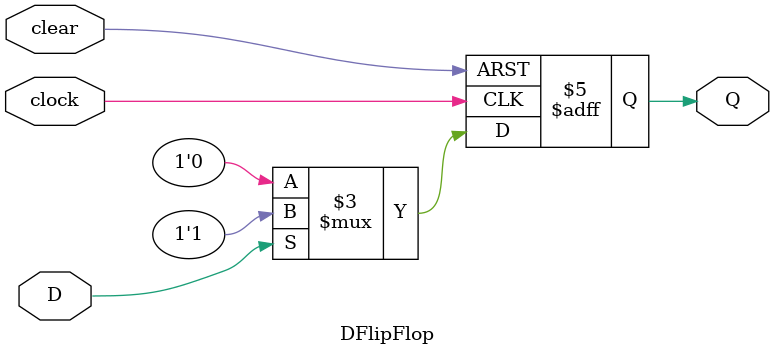
<source format=sv>
module DFlipFlop (
  input wire D,
  input wire clock,
  input wire clear,
  output wire Q
);

  always_ff @(posedge clock or posedge clear) begin
    if (clear)
      Q <= 1'b0; // Clear the flip-flop asynchronously when clear is active
    else if (D)
      Q <= 1'b1; // Set Q to 1 when D is high
    else
      Q <= 1'b0; // Reset Q to 0 when D is low
  end

endmodule


</source>
